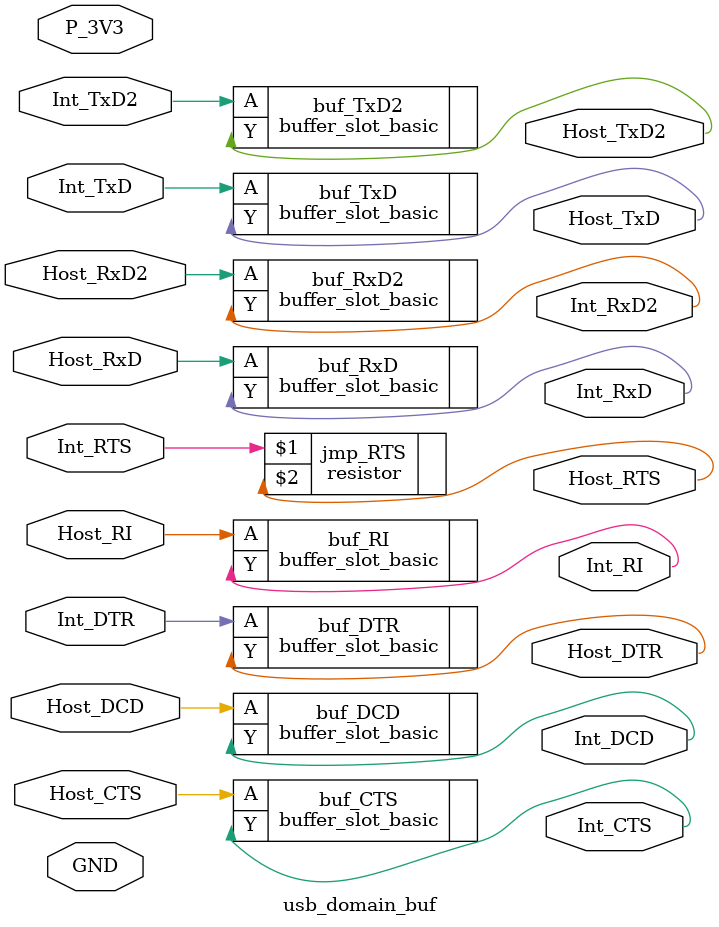
<source format=v>
/*
 * This module encapsulates the 74LVC541A buffer in the USB domain.
 */

module usb_domain_buf  (GND, P_3V3,
			Int_TxD, Int_RxD, Int_RTS, Int_CTS,
			Int_DTR, Int_DCD, Int_RI, Int_TxD2, Int_RxD2,
			Host_TxD, Host_RxD, Host_RTS, Host_CTS,
			Host_DTR, Host_DCD, Host_RI, Host_TxD2, Host_RxD2);

input GND, P_3V3;

input Int_TxD, Int_RTS, Int_DTR, Int_TxD2;
output Int_RxD, Int_CTS, Int_DCD, Int_RI, Int_RxD2;

output Host_TxD, Host_RTS, Host_DTR, Host_TxD2;
input Host_RxD, Host_CTS, Host_DCD, Host_RI, Host_RxD2;

/* buffer common part */

x541_common common (.Vcc(P_3V3),
		    .GND(GND),
		    .nOE1(GND),
		    .nOE2(GND)
	);

capacitor bypass_cap (P_3V3, GND);

/* input buffers */

buffer_slot_basic buf_RxD  (.A(Host_RxD),  .Y(Int_RxD));
buffer_slot_basic buf_CTS  (.A(Host_CTS),  .Y(Int_CTS));
buffer_slot_basic buf_DCD  (.A(Host_DCD),  .Y(Int_DCD));
buffer_slot_basic buf_RI   (.A(Host_RI),   .Y(Int_RI));
buffer_slot_basic buf_RxD2 (.A(Host_RxD2), .Y(Int_RxD2));

/* output buffers */

buffer_slot_basic buf_TxD  (.A(Int_TxD),  .Y(Host_TxD));
buffer_slot_basic buf_DTR  (.A(Int_DTR),  .Y(Host_DTR));
buffer_slot_basic buf_TxD2 (.A(Int_TxD2), .Y(Host_TxD2));

/* RTS direct pass-thru: use an 0402 0R jumper */
resistor jmp_RTS (Int_RTS, Host_RTS);

endmodule

</source>
